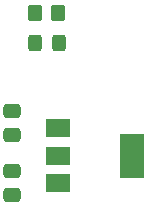
<source format=gbr>
G04 #@! TF.GenerationSoftware,KiCad,Pcbnew,(6.0.8)*
G04 #@! TF.CreationDate,2023-03-10T19:02:43+01:00*
G04 #@! TF.ProjectId,Jlink_power_supply,4a6c696e-6b5f-4706-9f77-65725f737570,rev?*
G04 #@! TF.SameCoordinates,Original*
G04 #@! TF.FileFunction,Paste,Top*
G04 #@! TF.FilePolarity,Positive*
%FSLAX46Y46*%
G04 Gerber Fmt 4.6, Leading zero omitted, Abs format (unit mm)*
G04 Created by KiCad (PCBNEW (6.0.8)) date 2023-03-10 19:02:43*
%MOMM*%
%LPD*%
G01*
G04 APERTURE LIST*
G04 Aperture macros list*
%AMRoundRect*
0 Rectangle with rounded corners*
0 $1 Rounding radius*
0 $2 $3 $4 $5 $6 $7 $8 $9 X,Y pos of 4 corners*
0 Add a 4 corners polygon primitive as box body*
4,1,4,$2,$3,$4,$5,$6,$7,$8,$9,$2,$3,0*
0 Add four circle primitives for the rounded corners*
1,1,$1+$1,$2,$3*
1,1,$1+$1,$4,$5*
1,1,$1+$1,$6,$7*
1,1,$1+$1,$8,$9*
0 Add four rect primitives between the rounded corners*
20,1,$1+$1,$2,$3,$4,$5,0*
20,1,$1+$1,$4,$5,$6,$7,0*
20,1,$1+$1,$6,$7,$8,$9,0*
20,1,$1+$1,$8,$9,$2,$3,0*%
G04 Aperture macros list end*
%ADD10R,2.000000X1.500000*%
%ADD11R,2.000000X3.800000*%
%ADD12RoundRect,0.250000X0.475000X-0.337500X0.475000X0.337500X-0.475000X0.337500X-0.475000X-0.337500X0*%
%ADD13RoundRect,0.250000X-0.325000X-0.450000X0.325000X-0.450000X0.325000X0.450000X-0.325000X0.450000X0*%
%ADD14RoundRect,0.250000X0.350000X0.450000X-0.350000X0.450000X-0.350000X-0.450000X0.350000X-0.450000X0*%
G04 APERTURE END LIST*
D10*
X127685000Y-116445000D03*
D11*
X133985000Y-118745000D03*
D10*
X127685000Y-118745000D03*
X127685000Y-121045000D03*
D12*
X123825000Y-117010000D03*
X123825000Y-114935000D03*
X123825000Y-122090000D03*
X123825000Y-120015000D03*
D13*
X125730000Y-109220000D03*
X127780000Y-109220000D03*
D14*
X127730000Y-106680000D03*
X125730000Y-106680000D03*
M02*

</source>
